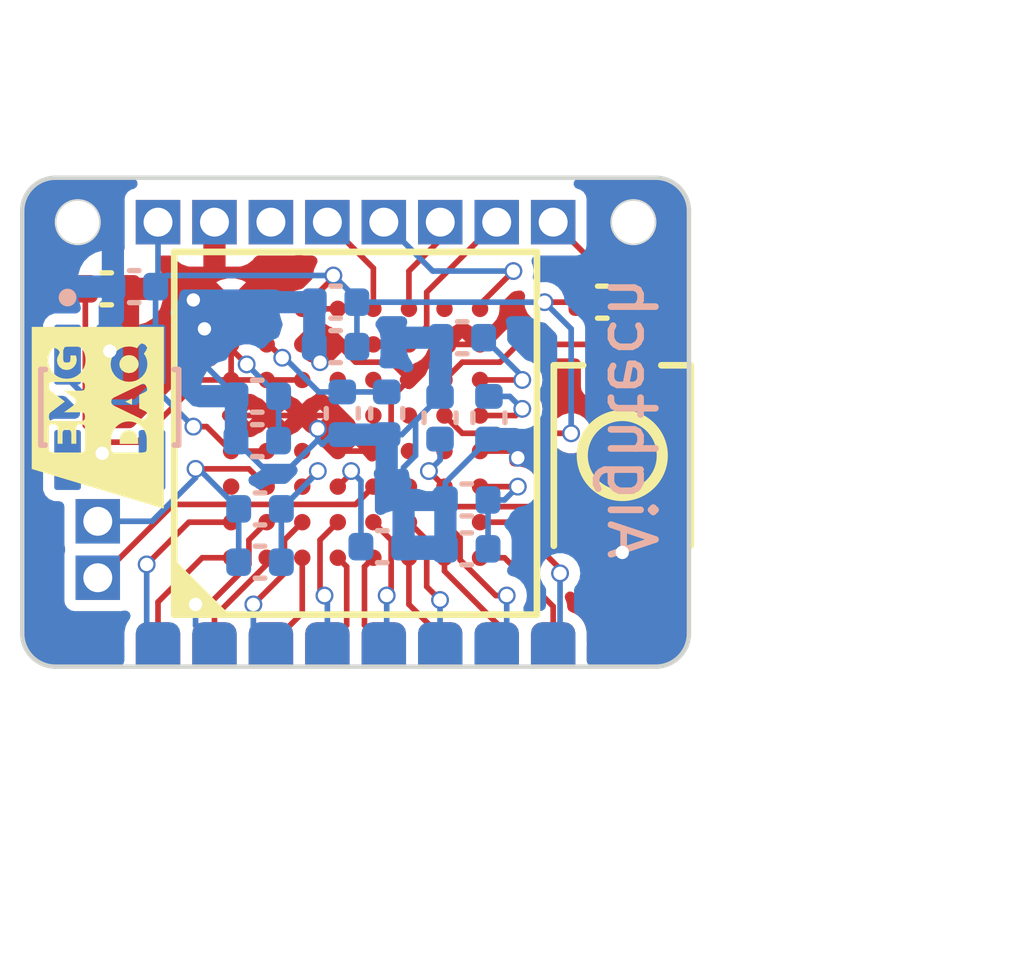
<source format=kicad_pcb>
(kicad_pcb (version 20240108) (generator "pcbnew") (generator_version "8.0")
  (title_block (title "EMG ADS1298") (date "2024-03-30") (rev "v1.0") (company "Aightech"))
  (layers (0 "F.Cu" signal "Front") (1 "In1.Cu" signal) (2 "In2.Cu" signal) (31 "B.Cu" signal "Back") (34 "B.Paste" user) (35 "F.Paste" user) (36 "B.SilkS" user "B.Silkscreen") (37 "F.SilkS" user "F.Silkscreen") (38 "B.Mask" user) (39 "F.Mask" user) (44 "Edge.Cuts" user))
  (net 0 "")
  (net 1 "+3.3V")
  (net 2 "GND")
  (net 3 "+3.3VA")
  (net 5 "/POCI")
  (net 6 "/PICO")
  (net 7 "/SCLK")
  (net 8 "/CSB")
  (net 9 "/extRef")
  (net 10 "/Refp")
  (net 11 "/in7-")
  (net 12 "/in2-")
  (net 13 "/in6-")
  (net 14 "/in6+")
  (net 15 "/in3+")
  (net 16 "/in1-")
  (net 17 "/in8-")
  (net 18 "/in5+")
  (net 19 "/in8+")
  (net 20 "/in1+")
  (net 21 "/in5-")
  (net 22 "/in4+")
  (net 23 "/in7+")
  (net 24 "/in4-")
  (net 25 "/in2+")
  (net 26 "/in3-")
  (net 27 "/BIAS_OUT")
  (net 28 "/BIAS_INV")
  (net 39 "/WCT")
  (net 40 "/VCAP4")
  (net 41 "/VCAP2")
  (net 42 "/VREFP")
  (net 43 "/VCAP1")
  (net 44 "/RESET")
  (net 45 "/VCAP3")
  (footprint "00_custom-footprints:PinHeader_1x01_P1.27mm_Vertical" (layer "F.Cu") (at 25.555 24)
    (property "Reference" "J1" (hide yes))
    (property "Value" "Conn_01x01_Pin" (hide yes))
  )
  (footprint "00_lcsc:SW-SMD_L3.9-W3.0-P4.45" (layer "F.Cu") (at 36 29.25 -90)
    (property "Reference" "SW1" (hide yes))
    (property "Value" "TS-1088R-02026" (hide yes))
  )
  (footprint "00_custom-footprints:PinHeader_1x01_P1.27mm_Vertical" (layer "F.Cu") (at 30.635 24)
    (property "Reference" "J5" (hide yes))
    (property "Value" "Conn_01x01_Pin" (hide yes))
  )
  (footprint "00_custom-footprints:SolderWirePad_1x01_SMD_1x2mm" (layer "F.Cu") (at 25.555 33.999999)
    (property "Reference" "J9" (hide yes))
    (property "Value" "Conn_01x01_Pin" (hide yes))
  )
  (footprint "00_lcsc:NFBGA-64_L8.0-W8.0-R8-C8-P0.80-TL" (layer "F.Cu") (at 30 28.75 90)
    (property "Reference" "U2" (hide yes))
    (property "Value" "ADS1298CZXGT" (hide yes))
  )
  (footprint "kibuzzard-6569F40D" (layer "F.Cu") (at 24.2 28.4 90)
    (property "Reference" "kibuzzard-6569F40D" (hide yes))
    (property "Value" "G***" (hide yes))
  )
  (footprint "00_custom-footprints:PinHeader_1x01_P1.27mm_Vertical" (layer "F.Cu") (at 29.365 24)
    (property "Reference" "J4" (hide yes))
    (property "Value" "Conn_01x01_Pin" (hide yes))
  )
  (footprint "00_custom-footprints:SolderWirePad_1x01_SMD_1x2mm" (layer "F.Cu") (at 34.445 34)
    (property "Reference" "J16" (hide yes))
    (property "Value" "Conn_01x01_Pin" (hide yes))
  )
  (footprint "00_custom-footprints:SolderWirePad_1x01_SMD_1x2mm" (layer "F.Cu") (at 28.095 33.999999)
    (property "Reference" "J11" (hide yes))
    (property "Value" "Conn_01x01_Pin" (hide yes))
  )
  (footprint "Capacitor_SMD:C_0402_1005Metric" (layer "F.Cu") (at 35.55 25.8 180)
    (property "Reference" "R2" (hide yes))
    (property "Value" "10K" (hide yes))
  )
  (footprint "00_custom-footprints:PinHeader_1x01_P1.27mm_Vertical" (layer "F.Cu") (at 34.445 24)
    (property "Reference" "J8" (hide yes))
    (property "Value" "Conn_01x01_Pin" (hide yes))
  )
  (footprint "00_custom-footprints:SolderWirePad_1x01_SMD_1x2mm" (layer "F.Cu") (at 26.825 33.999999)
    (property "Reference" "J10" (hide yes))
    (property "Value" "Conn_01x01_Pin" (hide yes))
  )
  (footprint "00_custom-footprints:PinHeader_1x01_P1.27mm_Vertical" (layer "F.Cu") (at 33.175 24 180)
    (property "Reference" "J7" (hide yes))
    (property "Value" "Conn_01x01_Pin" (hide yes))
  )
  (footprint "00_custom-footprints:SolderWirePad_1x01_SMD_1x2mm" (layer "F.Cu") (at 29.365 34)
    (property "Reference" "J12" (hide yes))
    (property "Value" "Conn_01x01_Pin" (hide yes))
  )
  (footprint "00_custom-footprints:SolderWirePad_1x01_SMD_1x2mm" (layer "F.Cu") (at 31.905 34)
    (property "Reference" "J14" (hide yes))
    (property "Value" "Conn_01x01_Pin" (hide yes))
  )
  (footprint "00_custom-footprints:SolderWirePad_1x01_SMD_1x2mm" (layer "F.Cu") (at 30.635 34)
    (property "Reference" "J13" (hide yes))
    (property "Value" "Conn_01x01_Pin" (hide yes))
  )
  (footprint "00_custom-footprints:PinHeader_1x01_P1.27mm_Vertical" (layer "F.Cu") (at 24.2 32)
    (property "Reference" "J25" (hide yes))
    (property "Value" "Conn_01x01_Pin" (hide yes))
  )
  (footprint "00_custom-footprints:PinHeader_1x01_P1.27mm_Vertical" (layer "F.Cu") (at 24.2 30.73)
    (property "Reference" "J26" (hide yes))
    (property "Value" "Conn_01x01_Pin" (hide yes))
  )
  (footprint "00_custom-footprints:PinHeader_1x01_P1.27mm_Vertical" (layer "F.Cu") (at 26.825 24)
    (property "Reference" "J2" (hide yes))
    (property "Value" "Conn_01x01_Pin" (hide yes))
  )
  (footprint "00_custom-footprints:SolderWirePad_1x01_SMD_1x2mm" (layer "F.Cu") (at 33.175 34)
    (property "Reference" "J15" (hide yes))
    (property "Value" "Conn_01x01_Pin" (hide yes))
  )
  (footprint "00_custom-footprints:PinHeader_1x01_P1.27mm_Vertical" (layer "F.Cu") (at 31.905 24)
    (property "Reference" "J6" (hide yes))
    (property "Value" "Conn_01x01_Pin" (hide yes))
  )
  (footprint "00_custom-footprints:PinHeader_1x01_P1.27mm_Vertical" (layer "F.Cu") (at 28.095 24)
    (property "Reference" "J3" (hide yes))
    (property "Value" "Conn_01x01_Pin" (hide yes))
  )
  (footprint "Capacitor_SMD:C_0402_1005Metric" (layer "F.Cu") (at 24.4 25.5)
    (property "Reference" "C2" (hide yes))
    (property "Value" "1uF" (hide yes))
  )
  (footprint "00_custom-footprints:SolderWirePad_1x01_SMD_1x2mm" (layer "B.Cu") (at 31.905 34 180)
    (property "Reference" "J22" (hide yes))
    (property "Value" "Conn_01x01_Pin" (hide yes))
  )
  (footprint "Capacitor_SMD:C_0402_1005Metric" (layer "B.Cu") (at 31.9 28.4 90)
    (property "Reference" "C11" (hide yes))
    (property "Value" "1uF" (hide yes))
  )
  (footprint "Capacitor_SMD:C_0402_1005Metric" (layer "B.Cu") (at 32.5 30.25 180)
    (property "Reference" "C13" (hide yes))
    (property "Value" "10uF" (hide yes))
  )
  (footprint "Capacitor_SMD:C_0402_1005Metric" (layer "B.Cu") (at 32.5 31.35 180)
    (property "Reference" "C14" (hide yes))
    (property "Value" "100nF" (hide yes))
  )
  (footprint "Capacitor_SMD:C_0402_1005Metric" (layer "B.Cu") (at 25.02 25.45 180)
    (property "Reference" "C1" (hide yes))
    (property "Value" "1uF" (hide yes))
  )
  (footprint "Capacitor_SMD:C_0402_1005Metric" (layer "B.Cu") (at 29.55 25.8)
    (property "Reference" "C3" (hide yes))
    (property "Value" "1uF" (hide yes))
  )
  (footprint "Capacitor_SMD:C_0402_1005Metric" (layer "B.Cu") (at 30.6 31.3)
    (property "Reference" "C10" (hide yes))
    (property "Value" "1nF" (hide yes))
  )
  (footprint "00_custom-footprints:SOT95P285X140-5N" (layer "B.Cu") (at 24.47 28.165 -90)
    (property "Reference" "U1" (hide yes))
    (property "Value" "AP2112K-3.3TRG1" (hide yes))
  )
  (footprint "Capacitor_SMD:C_0402_1005Metric" (layer "B.Cu") (at 29.7 28.3 -90)
    (property "Reference" "C5" (hide yes))
    (property "Value" "1uF" (hide yes))
  )
  (footprint "00_custom-footprints:SolderWirePad_1x01_SMD_1x2mm" (layer "B.Cu") (at 34.445 34 180)
    (property "Reference" "J24" (hide yes))
    (property "Value" "Conn_01x01_Pin" (hide yes))
  )
  (footprint "00_custom-footprints:SolderWirePad_1x01_SMD_1x2mm" (layer "B.Cu") (at 26.825 33.999999 180)
    (property "Reference" "J18" (hide yes))
    (property "Value" "Conn_01x01_Pin" (hide yes))
  )
  (footprint "00_custom-footprints:SolderWirePad_1x01_SMD_1x2mm" (layer "B.Cu") (at 25.555 34 180)
    (property "Reference" "J17" (hide yes))
    (property "Value" "Conn_01x01_Pin" (hide yes))
  )
  (footprint "Capacitor_SMD:C_0402_1005Metric" (layer "B.Cu") (at 27.85 31.65)
    (property "Reference" "C7" (hide yes))
    (property "Value" "1.5nF" (hide yes))
  )
  (footprint "Capacitor_SMD:C_0402_1005Metric" (layer "B.Cu") (at 27.85 30.45 180)
    (property "Reference" "R1" (hide yes))
    (property "Value" "1M" (hide yes))
  )
  (footprint "Capacitor_SMD:C_0402_1005Metric" (layer "B.Cu") (at 29.55 26.8)
    (property "Reference" "C4" (hide yes))
    (property "Value" "100nF" (hide yes))
  )
  (footprint "00_custom-footprints:SolderWirePad_1x01_SMD_1x2mm" (layer "B.Cu") (at 28.095 34 180)
    (property "Reference" "J19" (hide yes))
    (property "Value" "Conn_01x01_Pin" (hide yes))
  )
  (footprint "Capacitor_SMD:C_0402_1005Metric" (layer "B.Cu") (at 27.788213 27.915168 180)
    (property "Reference" "C8" (hide yes))
    (property "Value" "10uF" (hide yes))
  )
  (footprint "Capacitor_SMD:C_0402_1005Metric" (layer "B.Cu") (at 33 28.4 -90)
    (property "Reference" "C15" (hide yes))
    (property "Value" "22uF" (hide yes))
  )
  (footprint "00_custom-footprints:SolderWirePad_1x01_SMD_1x2mm" (layer "B.Cu") (at 33.175 33.999999 180)
    (property "Reference" "J23" (hide yes))
    (property "Value" "Conn_01x01_Pin" (hide yes))
  )
  (footprint "Capacitor_SMD:C_0402_1005Metric" (layer "B.Cu") (at 27.788213 28.915168 180)
    (property "Reference" "C9" (hide yes))
    (property "Value" "100nF" (hide yes))
  )
  (footprint "Capacitor_SMD:C_0402_1005Metric" (layer "B.Cu") (at 32.4 26.6 180)
    (property "Reference" "C12" (hide yes))
    (property "Value" "1uF" (hide yes))
  )
  (footprint "00_custom-footprints:SolderWirePad_1x01_SMD_1x2mm" (layer "B.Cu") (at 29.365 34 180)
    (property "Reference" "J20" (hide yes))
    (property "Value" "Conn_01x01_Pin" (hide yes))
  )
  (footprint "Capacitor_SMD:C_0402_1005Metric" (layer "B.Cu") (at 30.7 28.3 -90)
    (property "Reference" "C6" (hide yes))
    (property "Value" "100nF" (hide yes))
  )
  (footprint "00_custom-footprints:SolderWirePad_1x01_SMD_1x2mm" (layer "B.Cu") (at 30.635 34 180)
    (property "Reference" "J21" (hide yes))
    (property "Value" "Conn_01x01_Pin" (hide yes))
  )
  (gr_arc (start 37.5 33.249999) (mid 37.28033 33.78033) (end 36.75 33.999999) (stroke (width 0.1)) (layer "Edge.Cuts"))
  (gr_arc (start 22.5 23.75) (mid 22.71967 23.21967) (end 23.25 23) (stroke (width 0.1)) (layer "Edge.Cuts"))
  (gr_circle (center 36.25 24) (end 36.25 23.5) (stroke (width 0.0381)) (fill none) (layer "Edge.Cuts"))
  (gr_circle (center 23.75 24) (end 23.75 23.5) (stroke (width 0.0381)) (fill none) (layer "Edge.Cuts"))
  (gr_line (start 23.25 34) (end 36.75 33.999999) (stroke (width 0.1)) (layer "Edge.Cuts"))
  (gr_line (start 37.5 33.249999) (end 37.5 23.749999) (stroke (width 0.1)) (layer "Edge.Cuts"))
  (gr_line (start 36.75 22.999999) (end 23.25 23) (stroke (width 0.1)) (layer "Edge.Cuts"))
  (gr_arc (start 36.75 22.999999) (mid 37.28033 23.219669) (end 37.5 23.749999) (stroke (width 0.1)) (layer "Edge.Cuts"))
  (gr_arc (start 23.25 34) (mid 22.71967 33.78033) (end 22.5 33.25) (stroke (width 0.1)) (layer "Edge.Cuts"))
  (gr_line (start 22.5 33.25) (end 22.5 23.75) (stroke (width 0.1)) (layer "Edge.Cuts"))
  (gr_text "Aightech" (at 36.2 28.4 -90) (layer "B.SilkS") (effects (font (size 1 1)) (justify mirror)))
  (segment (start 29.6 25.95) (end 28.8 25.95) (width 0.127) (layer "F.Cu") (net 1))
  (segment (start 32 28.35) (end 32.4 28.75) (width 0.127) (layer "F.Cu") (net 1))
  (segment (start 29.5 25.2) (end 29.5 25.25) (width 0.127) (layer "F.Cu") (net 1))
  (segment (start 32.4 28.75) (end 34.85 28.75) (width 0.127) (layer "F.Cu") (net 1))
  (segment (start 27.999999 25.95) (end 28.8 25.95) (width 0.127) (layer "F.Cu") (net 1))
  (segment (start 34.25 25.8) (end 35.07 25.8) (width 0.127) (layer "F.Cu") (net 1))
  (segment (start 29.5 25.25) (end 28.8 25.95) (width 0.127) (layer "F.Cu") (net 1))
  (segment (start 28 29.15) (end 27.2 29.15) (width 0.127) (layer "F.Cu") (net 1))
  (segment (start 26.35 28.6) (end 26.65 28.6) (width 0.127) (layer "F.Cu") (net 1))
  (segment (start 26.65 28.6) (end 27.2 29.15) (width 0.127) (layer "F.Cu") (net 1))
  (via (at 34.85 28.75) (size 0.4) (drill 0.3) (layers "F.Cu" "B.Cu") (net 1))
  (via (at 26.35 28.6) (size 0.4) (drill 0.3) (layers "F.Cu" "B.Cu") (net 1))
  (via (at 34.25 25.8) (size 0.4) (drill 0.3) (layers "F.Cu" "B.Cu") (net 1))
  (via (at 29.5 25.2) (size 0.4) (drill 0.3) (layers "F.Cu" "B.Cu") (net 1))
  (segment (start 25.42 27.67) (end 26.35 28.6) (width 0.127) (layer "B.Cu") (net 1))
  (segment (start 34.85 28.75) (end 34.85 26.4) (width 0.127) (layer "B.Cu") (net 1))
  (segment (start 34.85 26.4) (end 34.25 25.8) (width 0.127) (layer "B.Cu") (net 1))
  (segment (start 24.05 28.05) (end 25.05 28.05) (width 0.127) (layer "B.Cu") (net 1))
  (segment (start 25.42 26.98) (end 25.42 27.67) (width 0.127) (layer "B.Cu") (net 1))
  (segment (start 23.52 26.98) (end 23.52 27.52) (width 0.127) (layer "B.Cu") (net 1))
  (segment (start 25.05 28.05) (end 25.42 27.68) (width 0.127) (layer "B.Cu") (net 1))
  (segment (start 25.75 25.2) (end 29.5 25.2) (width 0.127) (layer "B.Cu") (net 1))
  (segment (start 25.5 25.45) (end 25.5 26.9) (width 0.127) (layer "B.Cu") (net 1))
  (segment (start 30.03 25.8) (end 30.03 26.8) (width 0.127) (layer "B.Cu") (net 1))
  (segment (start 30.03 25.73) (end 30.03 25.8) (width 0.127) (layer "B.Cu") (net 1))
  (segment (start 29.5 25.2) (end 30.03 25.73) (width 0.127) (layer "B.Cu") (net 1))
  (segment (start 25.555 24) (end 25.555 25.395) (width 0.127) (layer "B.Cu") (net 1))
  (segment (start 25.5 26.9) (end 25.42 26.98) (width 0.127) (layer "B.Cu") (net 1))
  (segment (start 23.52 27.52) (end 24.05 28.05) (width 0.127) (layer "B.Cu") (net 1))
  (segment (start 25.555 25.395) (end 25.5 25.45) (width 0.127) (layer "B.Cu") (net 1))
  (segment (start 25.5 25.45) (end 25.75 25.2) (width 0.127) (layer "B.Cu") (net 1))
  (segment (start 25.42 27.68) (end 25.42 26.98) (width 0.127) (layer "B.Cu") (net 1))
  (segment (start 34.25 25.8) (end 30.03 25.8) (width 0.127) (layer "B.Cu") (net 1))
  (segment (start 30.4 29.15) (end 30.4 29.05) (width 0.127) (layer "F.Cu") (net 2))
  (segment (start 30.8 28.65) (end 30.8 27.95) (width 0.127) (layer "F.Cu") (net 2))
  (segment (start 32.799999 26.75) (end 32.8 26.749999) (width 0.127) (layer "F.Cu") (net 2))
  (segment (start 24.88 25.5) (end 24.47 25.91) (width 0.127) (layer "F.Cu") (net 2))
  (segment (start 30.8 27.15) (end 31.2 27.55) (width 0.127) (layer "F.Cu") (net 2))
  (segment (start 24.47 25.91) (end 24.47 26.9) (width 0.127) (layer "F.Cu") (net 2))
  (segment (start 26.35 25.75) (end 26.825 25.275) (width 0.127) (layer "F.Cu") (net 2))
  (segment (start 29.6 26.75) (end 30 27.15) (width 0.127) (layer "F.Cu") (net 2))
  (segment (start 26.75 26.4) (end 27.2 25.95) (width 0.127) (layer "F.Cu") (net 2))
  (segment (start 29.45 28.35) (end 29.6 28.35) (width 0.127) (layer "F.Cu") (net 2))
  (segment (start 31.2 27.55) (end 32 26.75) (width 0.127) (layer "F.Cu") (net 2))
  (segment (start 32 26.75) (end 32.799999 26.75) (width 0.127) (layer "F.Cu") (net 2))
  (segment (start 29.15 28.65) (end 29.45 28.35) (width 0.127) (layer "F.Cu") (net 2))
  (segment (start 28.8 28.35) (end 29.6 28.35) (width 0.127) (layer "F.Cu") (net 2))
  (segment (start 26.825 25.275) (end 25.2 26.9) (width 0.127) (layer "F.Cu") (net 2))
  (segment (start 30.4 29.05) (end 30.8 28.65) (width 0.127) (layer "F.Cu") (net 2))
  (segment (start 27.2 28.35) (end 28 28.35) (width 0.127) (layer "F.Cu") (net 2))
  (segment (start 29.6 29.15) (end 30.4 29.15) (width 0.127) (layer "F.Cu") (net 2))
  (segment (start 29.15 28.65) (end 29.1 28.65) (width 0.127) (layer "F.Cu") (net 2))
  (segment (start 28.799999 26.75) (end 29.6 26.75) (width 0.127) (layer "F.Cu") (net 2))
  (segment (start 26.6 26.4) (end 26.75 26.4) (width 0.127) (layer "F.Cu") (net 2))
  (segment (start 25.2 26.9) (end 24.47 26.9) (width 0.127) (layer "F.Cu") (net 2))
  (segment (start 30.8 27.95) (end 31.2 27.55) (width 0.127) (layer "F.Cu") (net 2))
  (segment (start 28 28.35) (end 28.8 28.35) (width 0.127) (layer "F.Cu") (net 2))
  (segment (start 33.65 29.3) (end 33.5 29.15) (width 0.127) (layer "F.Cu") (net 2))
  (segment (start 26.825 25.275) (end 26.825 24) (width 0.127) (layer "F.Cu") (net 2))
  (segment (start 33.5 29.15) (end 32.8 29.15) (width 0.127) (layer "F.Cu") (net 2))
  (segment (start 29.1 28.65) (end 28.8 28.35) (width 0.127) (layer "F.Cu") (net 2))
  (segment (start 28.799999 26.75) (end 28.8 26.75) (width 0.127) (layer "F.Cu") (net 2))
  (segment (start 30 27.15) (end 30.8 27.15) (width 0.127) (layer "F.Cu") (net 2))
  (segment (start 28.8 26.75) (end 29.2 27.15) (width 0.127) (layer "F.Cu") (net 2))
  (via (at 36 31.43) (size 0.4) (drill 0.3) (layers "F.Cu" "B.Cu") (net 2))
  (via (at 26.6 26.4) (size 0.4) (drill 0.3) (layers "F.Cu" "B.Cu") (net 2))
  (via (at 26.35 25.75) (size 0.4) (drill 0.3) (layers "F.Cu" "B.Cu") (net 2))
  (via (at 24.47 26.9) (size 0.4) (drill 0.3) (layers "F.Cu" "B.Cu") (net 2))
  (via (at 29.15 28.65) (size 0.4) (drill 0.3) (layers "F.Cu" "B.Cu") (net 2))
  (via (at 33.65 29.3) (size 0.4) (drill 0.3) (layers "F.Cu" "B.Cu") (net 2))
  (via (at 29.2 27.15) (size 0.4) (drill 0.3) (layers "F.Cu" "B.Cu") (net 2))
  (segment (start 32.02 31.35) (end 32.02 30.25) (width 0.127) (layer "B.Cu") (net 2))
  (segment (start 24.47 26.98) (end 24.47 26.9) (width 0.127) (layer "B.Cu") (net 2))
  (segment (start 30.7 28.78) (end 29.7 28.78) (width 0.127) (layer "B.Cu") (net 2))
  (segment (start 29.07 25.8) (end 29.07 26.8) (width 0.127) (layer "B.Cu") (net 2))
  (segment (start 29.2 27.15) (end 29.2 26.93) (width 0.127) (layer "B.Cu") (net 2))
  (segment (start 29.47 28.78) (end 29.7 28.78) (width 0.127) (layer "B.Cu") (net 2))
  (segment (start 29.15 28.9) (end 29.25 29) (width 0.127) (layer "B.Cu") (net 2))
  (segment (start 27.893045 29.5) (end 28.55 29.5) (width 0.127) (layer "B.Cu") (net 2))
  (segment (start 29.2 26.93) (end 29.07 26.8) (width 0.127) (layer "B.Cu") (net 2))
  (segment (start 31.35 29.25) (end 31.35 28.47) (width 0.127) (layer "B.Cu") (net 2))
  (segment (start 31.08 31.3) (end 31.97 31.3) (width 0.127) (layer "B.Cu") (net 2))
  (segment (start 31.92 27.9) (end 31.9 27.92) (width 0.127) (layer "B.Cu") (net 2))
  (segment (start 29.02 25.75) (end 29.07 25.8) (width 0.127) (layer "B.Cu") (net 2))
  (segment (start 24.47 25.52) (end 24.54 25.45) (width 0.127) (layer "B.Cu") (net 2))
  (segment (start 24.47 26.9) (end 24.47 25.52) (width 0.127) (layer "B.Cu") (net 2))
  (segment (start 29.25 29) (end 29.47 28.78) (width 0.127) (layer "B.Cu") (net 2))
  (segment (start 31.08 29.52) (end 31.35 29.25) (width 0.127) (layer "B.Cu") (net 2))
  (segment (start 26.35 25.75) (end 29.02 25.75) (width 0.127) (layer "B.Cu") (net 2))
  (segment (start 28.55 29.5) (end 29.15 28.9) (width 0.127) (layer "B.Cu") (net 2))
  (segment (start 31.35 28.47) (end 31.9 27.92) (width 0.127) (layer "B.Cu") (net 2))
  (segment (start 29.15 28.65) (end 29.15 28.9) (width 0.127) (layer "B.Cu") (net 2))
  (segment (start 30.7 28.78) (end 31.04 28.78) (width 0.127) (layer "B.Cu") (net 2))
  (segment (start 26.6 27.206955) (end 26.6 26.4) (width 0.127) (layer "B.Cu") (net 2))
  (segment (start 31.97 31.3) (end 32.02 31.35) (width 0.127) (layer "B.Cu") (net 2))
  (segment (start 27.308213 28.915168) (end 27.893045 29.5) (width 0.127) (layer "B.Cu") (net 2))
  (segment (start 32.02 30.25) (end 32.02 29.86) (width 0.127) (layer "B.Cu") (net 2))
  (segment (start 33.23 28.88) (end 33 28.88) (width 0.127) (layer "B.Cu") (net 2))
  (segment (start 31.08 31.3) (end 31.08 29.52) (width 0.127) (layer "B.Cu") (net 2))
  (segment (start 27.308213 28.915168) (end 27.308213 27.915168) (width 0.127) (layer "B.Cu") (net 2))
  (segment (start 33.65 29.3) (end 33.23 28.88) (width 0.127) (layer "B.Cu") (net 2))
  (segment (start 31.92 26.6) (end 31.92 27.9) (width 0.127) (layer "B.Cu") (net 2))
  (segment (start 31.04 28.78) (end 31.35 28.47) (width 0.127) (layer "B.Cu") (net 2))
  (segment (start 27.308213 27.915168) (end 26.6 27.206955) (width 0.127) (layer "B.Cu") (net 2))
  (segment (start 32.02 29.86) (end 33 28.88) (width 0.127) (layer "B.Cu") (net 2))
  (segment (start 28.799999 27.549999) (end 28.8 27.55) (width 0.127) (layer "F.Cu") (net 3))
  (segment (start 24.3 28.95) (end 23.92 28.57) (width 0.127) (layer "F.Cu") (net 3))
  (segment (start 28 27.549999) (end 28.799999 27.549999) (width 0.127) (layer "F.Cu") (net 3))
  (segment (start 24.3 28.95) (end 25.1 28.95) (width 0.127) (layer "F.Cu") (net 3))
  (segment (start 24.3 29.2) (end 24.3 28.95) (width 0.127) (layer "F.Cu") (net 3))
  (segment (start 27.2 26.749999) (end 27.2 27.55) (width 0.127) (layer "F.Cu") (net 3))
  (segment (start 27.999999 27.55) (end 28 27.549999) (width 0.127) (layer "F.Cu") (net 3))
  (segment (start 27.2 27.55) (end 27.999999 27.55) (width 0.127) (layer "F.Cu") (net 3))
  (segment (start 27.55 27.2) (end 27.2 26.85) (width 0.127) (layer "F.Cu") (net 3))
  (segment (start 25.1 28.95) (end 26.5 27.55) (width 0.127) (layer "F.Cu") (net 3))
  (segment (start 23.92 28.57) (end 23.92 25.5) (width 0.127) (layer "F.Cu") (net 3))
  (segment (start 27.2 26.85) (end 27.2 26.749999) (width 0.127) (layer "F.Cu") (net 3))
  (segment (start 26.5 27.55) (end 27.2 27.55) (width 0.127) (layer "F.Cu") (net 3))
  (via (at 24.3 29.2) (size 0.4) (drill 0.3) (layers "F.Cu" "B.Cu") (net 3))
  (via (at 27.55 27.2) (size 0.4) (drill 0.3) (layers "F.Cu" "B.Cu") (net 3))
  (segment (start 28.265168 27.915168) (end 28.268213 27.915168) (width 0.127) (layer "B.Cu") (net 3))
  (segment (start 28.268213 28.915168) (end 28.268213 27.915168) (width 0.127) (layer "B.Cu") (net 3))
  (segment (start 27.55 27.2) (end 28.265168 27.915168) (width 0.127) (layer "B.Cu") (net 3))
  (segment (start 23.52 29.35) (end 24.15 29.35) (width 0.127) (layer "B.Cu") (net 3))
  (segment (start 24.15 29.35) (end 24.3 29.2) (width 0.127) (layer "B.Cu") (net 3))
  (segment (start 30.4 25.95) (end 30.4 25.035) (width 0.127) (layer "F.Cu") (net 5))
  (segment (start 30.4 25.035) (end 29.365 24) (width 0.127) (layer "F.Cu") (net 5))
  (segment (start 32.8 25.85) (end 32.8 25.95) (width 0.127) (layer "F.Cu") (net 6))
  (segment (start 33.55 25.1) (end 32.8 25.85) (width 0.127) (layer "F.Cu") (net 6))
  (via (at 33.55 25.1) (size 0.4) (drill 0.3) (layers "F.Cu" "B.Cu") (net 6))
  (segment (start 31.735 25.1) (end 30.635 24) (width 0.127) (layer "B.Cu") (net 6))
  (segment (start 33.55 25.1) (end 31.735 25.1) (width 0.127) (layer "B.Cu") (net 6))
  (segment (start 31.2 25.1) (end 31.905 24.395) (width 0.127) (layer "F.Cu") (net 7))
  (segment (start 31.2 25.95) (end 31.2 25.1) (width 0.127) (layer "F.Cu") (net 7))
  (segment (start 31.905 24.395) (end 31.905 24) (width 0.127) (layer "F.Cu") (net 7))
  (segment (start 31.6 26.350001) (end 31.6 25.575) (width 0.127) (layer "F.Cu") (net 8))
  (segment (start 31.200001 26.75) (end 31.6 26.350001) (width 0.127) (layer "F.Cu") (net 8))
  (segment (start 31.6 25.575) (end 33.175 24) (width 0.127) (layer "F.Cu") (net 8))
  (segment (start 36.33986 24.8) (end 35.245 24.8) (width 0.127) (layer "F.Cu") (net 9))
  (segment (start 31.2 29.95) (end 31.65 30.4) (width 0.127) (layer "F.Cu") (net 9))
  (segment (start 31.65 30.4) (end 34.7 30.4) (width 0.127) (layer "F.Cu") (net 9))
  (segment (start 37 28.1) (end 37 25.46014) (width 0.127) (layer "F.Cu") (net 9))
  (segment (start 35.245 24.8) (end 34.445 24) (width 0.127) (layer "F.Cu") (net 9))
  (segment (start 34.7 30.4) (end 37 28.1) (width 0.127) (layer "F.Cu") (net 9))
  (segment (start 37 25.46014) (end 36.33986 24.8) (width 0.127) (layer "F.Cu") (net 9))
  (segment (start 30.4 29.95) (end 30 30.35) (width 0.127) (layer "F.Cu") (net 10))
  (segment (start 30 30.35) (end 25.9 30.35) (width 0.127) (layer "F.Cu") (net 10))
  (segment (start 25.9 30.35) (end 24.25 32) (width 0.127) (layer "F.Cu") (net 10))
  (segment (start 24.25 32) (end 24.2 32) (width 0.127) (layer "F.Cu") (net 10))
  (segment (start 26.7 32.6) (end 27.6 31.7) (width 0.127) (layer "F.Cu") (net 11))
  (segment (start 26.4 32.6) (end 26.7 32.6) (width 0.127) (layer "F.Cu") (net 11))
  (segment (start 27.6 31.7) (end 27.6 31.15) (width 0.127) (layer "F.Cu") (net 11))
  (segment (start 27.6 31.15) (end 28 30.75) (width 0.127) (layer "F.Cu") (net 11))
  (via (at 26.4 32.6) (size 0.4) (drill 0.3) (layers "F.Cu" "B.Cu") (net 11))
  (segment (start 26.4 32.6) (end 26.4 33.074999) (width 0.127) (layer "B.Cu") (net 11))
  (segment (start 26.4 33.074999) (end 26.825 33.499999) (width 0.127) (layer "B.Cu") (net 11))
  (segment (start 32.351201 31.597873) (end 32.351201 31.101201) (width 0.127) (layer "F.Cu") (net 12))
  (segment (start 32.351201 31.101201) (end 32 30.75) (width 0.127) (layer "F.Cu") (net 12))
  (segment (start 33.153328 32.4) (end 32.351201 31.597873) (width 0.127) (layer "F.Cu") (net 12))
  (segment (start 33.4 32.4) (end 33.153328 32.4) (width 0.127) (layer "F.Cu") (net 12))
  (via (at 33.4 32.4) (size 0.4) (drill 0.3) (layers "F.Cu" "B.Cu") (net 12))
  (segment (start 33.4 32.4) (end 33.4 33.274999) (width 0.127) (layer "B.Cu") (net 12))
  (segment (start 33.4 33.274999) (end 33.175 33.499999) (width 0.127) (layer "B.Cu") (net 12))
  (segment (start 28.4 31.149999) (end 28.799999 30.75) (width 0.127) (layer "F.Cu") (net 13))
  (segment (start 28.4 31.9) (end 28.4 31.149999) (width 0.127) (layer "F.Cu") (net 13))
  (segment (start 27.7 32.6) (end 28.4 31.9) (width 0.127) (layer "F.Cu") (net 13))
  (via (at 27.7 32.6) (size 0.4) (drill 0.3) (layers "F.Cu" "B.Cu") (net 13))
  (segment (start 27.7 32.6) (end 27.7 33.105) (width 0.127) (layer "B.Cu") (net 13))
  (segment (start 27.7 33.105) (end 28.095 33.5) (width 0.127) (layer "B.Cu") (net 13))
  (segment (start 28.8 32.794999) (end 28.095 33.499999) (width 0.127) (layer "F.Cu") (net 14))
  (segment (start 28.8 31.55) (end 28.8 32.794999) (width 0.127) (layer "F.Cu") (net 14))
  (segment (start 31.905 33.305) (end 31.905 33.913799) (width 0.127) (layer "F.Cu") (net 15))
  (segment (start 31.2 31.55) (end 31.2 32.6) (width 0.127) (layer "F.Cu") (net 15))
  (segment (start 31.2 32.6) (end 31.905 33.305) (width 0.127) (layer "F.Cu") (net 15))
  (segment (start 34.6 31.8) (end 33.550001 30.750001) (width 0.127) (layer "F.Cu") (net 16))
  (segment (start 33.550001 30.750001) (end 32.8 30.750001) (width 0.127) (layer "F.Cu") (net 16))
  (segment (start 34.6 31.9) (end 34.6 31.8) (width 0.127) (layer "F.Cu") (net 16))
  (via (at 34.6 31.9) (size 0.4) (drill 0.3) (layers "F.Cu" "B.Cu") (net 16))
  (segment (start 34.6 33.345) (end 34.445 33.5) (width 0.127) (layer "B.Cu") (net 16))
  (segment (start 34.6 31.9) (end 34.6 33.345) (width 0.127) (layer "B.Cu") (net 16))
  (segment (start 25.3 31.7) (end 26.249999 30.750001) (width 0.127) (layer "F.Cu") (net 17))
  (segment (start 26.249999 30.750001) (end 27.2 30.750001) (width 0.127) (layer "F.Cu") (net 17))
  (via (at 25.3 31.7) (size 0.4) (drill 0.3) (layers "F.Cu" "B.Cu") (net 17))
  (segment (start 25.3 33.245) (end 25.555 33.5) (width 0.127) (layer "B.Cu") (net 17))
  (segment (start 25.3 31.7) (end 25.3 33.245) (width 0.127) (layer "B.Cu") (net 17))
  (segment (start 29.6 31.55) (end 29.8 31.75) (width 0.127) (layer "F.Cu") (net 18))
  (segment (start 29.8 31.75) (end 29.8 33.065) (width 0.127) (layer "F.Cu") (net 18))
  (segment (start 29.8 33.065) (end 29.365 33.5) (width 0.127) (layer "F.Cu") (net 18))
  (segment (start 26.55 31.55) (end 25.555 32.545) (width 0.127) (layer "F.Cu") (net 19))
  (segment (start 25.555 32.545) (end 25.555 33.499999) (width 0.127) (layer "F.Cu") (net 19))
  (segment (start 27.2 31.55) (end 26.55 31.55) (width 0.127) (layer "F.Cu") (net 19))
  (segment (start 33.35 31.55) (end 34.445 32.645) (width 0.127) (layer "F.Cu") (net 20))
  (segment (start 34.445 32.645) (end 34.445 33.5) (width 0.127) (layer "F.Cu") (net 20))
  (segment (start 32.8 31.55) (end 33.35 31.55) (width 0.127) (layer "F.Cu") (net 20))
  (segment (start 29.2 32.3) (end 29.2 31.15) (width 0.127) (layer "F.Cu") (net 21))
  (segment (start 29.2 31.15) (end 29.6 30.75) (width 0.127) (layer "F.Cu") (net 21))
  (segment (start 29.3 32.4) (end 29.2 32.3) (width 0.127) (layer "F.Cu") (net 21))
  (via (at 29.3 32.4) (size 0.4) (drill 0.3) (layers "F.Cu" "B.Cu") (net 21))
  (segment (start 29.365 32.465) (end 29.365 33.5) (width 0.127) (layer "B.Cu") (net 21))
  (segment (start 29.3 32.4) (end 29.365 32.465) (width 0.127) (layer "B.Cu") (net 21))
  (segment (start 30.2 31.75) (end 30.2 33.065) (width 0.127) (layer "F.Cu") (net 22))
  (segment (start 30.2 33.065) (end 30.635 33.5) (width 0.127) (layer "F.Cu") (net 22))
  (segment (start 30.4 31.55) (end 30.2 31.75) (width 0.127) (layer "F.Cu") (net 22))
  (segment (start 30.635 33.5) (end 30.635 33.913799) (width 0.127) (layer "F.Cu") (net 22))
  (segment (start 27.999999 31.55) (end 27.999999 31.700001) (width 0.127) (layer "F.Cu") (net 23))
  (segment (start 26.825 32.875) (end 26.825 33.499999) (width 0.127) (layer "F.Cu") (net 23))
  (segment (start 27.999999 31.700001) (end 26.825 32.875) (width 0.127) (layer "F.Cu") (net 23))
  (segment (start 30.7 32.4) (end 30.8 32.3) (width 0.127) (layer "F.Cu") (net 24))
  (segment (start 30.8 32.3) (end 30.8 31.15) (width 0.127) (layer "F.Cu") (net 24))
  (segment (start 30.8 31.15) (end 30.4 30.75) (width 0.127) (layer "F.Cu") (net 24))
  (via (at 30.7 32.4) (size 0.4) (drill 0.3) (layers "F.Cu" "B.Cu") (net 24))
  (segment (start 30.7 32.4) (end 30.7 33.435) (width 0.127) (layer "B.Cu") (net 24))
  (segment (start 30.7 33.435) (end 30.635 33.5) (width 0.127) (layer "B.Cu") (net 24))
  (segment (start 33.175 33.025) (end 33.175 33.5) (width 0.127) (layer "F.Cu") (net 25))
  (segment (start 32.000001 31.55) (end 32.000001 31.850001) (width 0.127) (layer "F.Cu") (net 25))
  (segment (start 32.000001 31.850001) (end 33.175 33.025) (width 0.127) (layer "F.Cu") (net 25))
  (segment (start 31.9 32.5) (end 31.6 32.2) (width 0.127) (layer "F.Cu") (net 26))
  (segment (start 31.6 32.2) (end 31.6 31.149999) (width 0.127) (layer "F.Cu") (net 26))
  (segment (start 31.6 31.149999) (end 31.200001 30.75) (width 0.127) (layer "F.Cu") (net 26))
  (via (at 31.9 32.5) (size 0.4) (drill 0.3) (layers "F.Cu" "B.Cu") (net 26))
  (segment (start 31.9 32.5) (end 31.9 33.495) (width 0.127) (layer "B.Cu") (net 26))
  (segment (start 31.9 33.495) (end 31.905 33.5) (width 0.127) (layer "B.Cu") (net 26))
  (segment (start 27.599999 29.55) (end 28 29.950001) (width 0.127) (layer "F.Cu") (net 27))
  (segment (start 26.4 29.55) (end 27.599999 29.55) (width 0.127) (layer "F.Cu") (net 27))
  (via (at 26.4 29.55) (size 0.4) (drill 0.3) (layers "F.Cu" "B.Cu") (net 27))
  (segment (start 24.2 30.73) (end 25.42 30.73) (width 0.127) (layer "B.Cu") (net 27))
  (segment (start 26.47 29.55) (end 27.37 30.45) (width 0.127) (layer "B.Cu") (net 27))
  (segment (start 26.4 29.55) (end 26.47 29.55) (width 0.127) (layer "B.Cu") (net 27))
  (segment (start 25.42 30.73) (end 26.4 29.75) (width 0.127) (layer "B.Cu") (net 27))
  (segment (start 26.4 29.75) (end 26.4 29.55) (width 0.127) (layer "B.Cu") (net 27))
  (segment (start 27.37 31.65) (end 27.37 30.45) (width 0.127) (layer "B.Cu") (net 27))
  (segment (start 29.15 29.6) (end 28.8 29.95) (width 0.127) (layer "F.Cu") (net 28))
  (via (at 29.15 29.6) (size 0.4) (drill 0.3) (layers "F.Cu" "B.Cu") (net 28))
  (segment (start 28.33 30.45) (end 29.15 29.63) (width 0.127) (layer "B.Cu") (net 28))
  (segment (start 28.33 31.65) (end 28.33 30.45) (width 0.127) (layer "B.Cu") (net 28))
  (segment (start 29.15 29.63) (end 29.15 29.6) (width 0.127) (layer "B.Cu") (net 28))
  (segment (start 29.9 29.6) (end 29.9 29.65) (width 0.127) (layer "F.Cu") (net 39))
  (segment (start 29.9 29.65) (end 29.6 29.95) (width 0.127) (layer "F.Cu") (net 39))
  (via (at 29.9 29.6) (size 0.4) (drill 0.3) (layers "F.Cu" "B.Cu") (net 39))
  (segment (start 30.12 29.82) (end 30.12 31.3) (width 0.127) (layer "B.Cu") (net 39))
  (segment (start 29.9 29.6) (end 30.12 29.82) (width 0.127) (layer "B.Cu") (net 39))
  (segment (start 31.65 29.600001) (end 32 29.950001) (width 0.127) (layer "F.Cu") (net 40))
  (via (at 31.65 29.600001) (size 0.4) (drill 0.3) (layers "F.Cu" "B.Cu") (net 40))
  (segment (start 31.65 29.600001) (end 31.9 29.350001) (width 0.127) (layer "B.Cu") (net 40))
  (segment (start 31.9 29.350001) (end 31.9 28.88) (width 0.127) (layer "B.Cu") (net 40))
  (segment (start 33.75 27.55) (end 32.8 27.55) (width 0.127) (layer "F.Cu") (net 41))
  (via (at 33.75 27.55) (size 0.4) (drill 0.3) (layers "F.Cu" "B.Cu") (net 41))
  (segment (start 33.75 27.47) (end 32.88 26.6) (width 0.127) (layer "B.Cu") (net 41))
  (segment (start 33.75 27.55) (end 33.75 27.47) (width 0.127) (layer "B.Cu") (net 41))
  (segment (start 33.65 29.95) (end 32.8 29.95) (width 0.127) (layer "F.Cu") (net 42))
  (via (at 33.65 29.95) (size 0.4) (drill 0.3) (layers "F.Cu" "B.Cu") (net 42))
  (segment (start 32.98 31.35) (end 32.98 30.25) (width 0.127) (layer "B.Cu") (net 42))
  (segment (start 33.35 30.25) (end 32.98 30.25) (width 0.127) (layer "B.Cu") (net 42))
  (segment (start 33.65 29.95) (end 33.35 30.25) (width 0.127) (layer "B.Cu") (net 42))
  (segment (start 33.6 28.35) (end 32.8 28.35) (width 0.127) (layer "F.Cu") (net 43))
  (segment (start 33.75 28.2) (end 33.6 28.35) (width 0.127) (layer "F.Cu") (net 43))
  (via (at 33.75 28.2) (size 0.4) (drill 0.3) (layers "F.Cu" "B.Cu") (net 43))
  (segment (start 33.75 28.2) (end 33.47 27.92) (width 0.127) (layer "B.Cu") (net 43))
  (segment (start 33.47 27.92) (end 33 27.92) (width 0.127) (layer "B.Cu") (net 43))
  (segment (start 33.25 27.15) (end 33.65 26.75) (width 0.127) (layer "F.Cu") (net 44))
  (segment (start 35.68 26.75) (end 36 27.07) (width 0.127) (layer "F.Cu") (net 44))
  (segment (start 32.399999 27.15) (end 33.25 27.15) (width 0.127) (layer "F.Cu") (net 44))
  (segment (start 32 27.549999) (end 32.399999 27.15) (width 0.127) (layer "F.Cu") (net 44))
  (segment (start 36.03 27.04) (end 36 27.07) (width 0.127) (layer "F.Cu") (net 44))
  (segment (start 33.65 26.75) (end 35.68 26.75) (width 0.127) (layer "F.Cu") (net 44))
  (segment (start 36.03 25.8) (end 36.03 27.04) (width 0.127) (layer "F.Cu") (net 44))
  (segment (start 28.05 26.75) (end 28 26.75) (width 0.127) (layer "F.Cu") (net 45))
  (segment (start 28.35 27.05) (end 28.05 26.75) (width 0.127) (layer "F.Cu") (net 45))
  (via (at 28.35 27.05) (size 0.4) (drill 0.3) (layers "F.Cu" "B.Cu") (net 45))
  (segment (start 29.17 27.82) (end 29.7 27.82) (width 0.127) (layer "B.Cu") (net 45))
  (segment (start 28.35 27.05) (end 28.4 27.05) (width 0.127) (layer "B.Cu") (net 45))
  (segment (start 30.7 27.82) (end 29.7 27.82) (width 0.127) (layer "B.Cu") (net 45))
  (segment (start 28.4 27.05) (end 29.17 27.82) (width 0.127) (layer "B.Cu") (net 45))
  (zone (net 2) (net_name "GND") (layers "F.Cu" "In1.Cu" "In2.Cu" "B.Cu") (connect_pads (clearance 0.25)) (min_thickness 0.25) (fill yes (thermal_gap 0.5) (thermal_bridge_width 0.5))
    (polygon (pts (xy 22 22.5) (xy 38 22.5) (xy 38 35.5) (xy 22 35.5)))
  )
)
</source>
